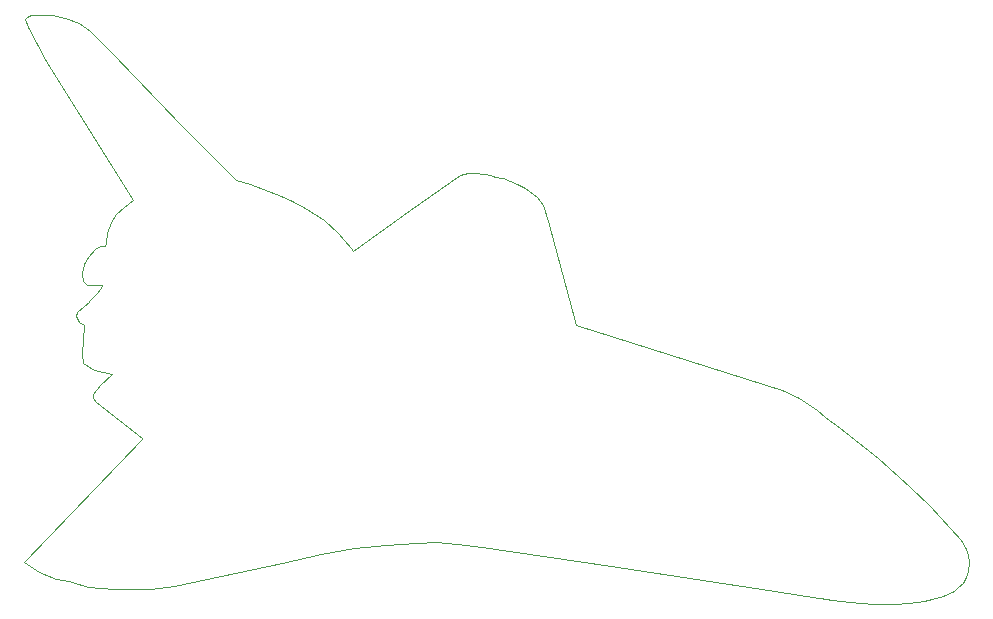
<source format=gm1>
%TF.GenerationSoftware,KiCad,Pcbnew,7.0.1-0*%
%TF.CreationDate,2023-03-26T18:35:46-04:00*%
%TF.ProjectId,space_shuttle_SAO,73706163-655f-4736-9875-74746c655f53,v04*%
%TF.SameCoordinates,Original*%
%TF.FileFunction,Profile,NP*%
%FSLAX46Y46*%
G04 Gerber Fmt 4.6, Leading zero omitted, Abs format (unit mm)*
G04 Created by KiCad (PCBNEW 7.0.1-0) date 2023-03-26 18:35:46*
%MOMM*%
%LPD*%
G01*
G04 APERTURE LIST*
%TA.AperFunction,Profile*%
%ADD10C,0.100000*%
%TD*%
G04 APERTURE END LIST*
D10*
%TO.C,svg2mod*%
X133676998Y-113172045D02*
X135461878Y-113078383D01*
X105186929Y-94455686D02*
X105579571Y-94697515D01*
X104335765Y-116434358D02*
X105934642Y-116898437D01*
X140165111Y-82085886D02*
X139629065Y-81902530D01*
X105579571Y-94697515D02*
X105374519Y-97156817D01*
X108936869Y-84697324D02*
X108320919Y-85306394D01*
X100905971Y-68533320D02*
X100747750Y-68631004D01*
X105556817Y-93152084D02*
X105018919Y-93638652D01*
X167865664Y-117855435D02*
X168928230Y-118016566D01*
X166755736Y-117685307D02*
X166868714Y-117703564D01*
X102381817Y-72328450D02*
X109717919Y-84138524D01*
X109717919Y-84138524D02*
X108936869Y-84697324D01*
X106580490Y-92065704D02*
X105974329Y-92655990D01*
X178297655Y-117634772D02*
X179206499Y-117206412D01*
X106962283Y-88018373D02*
X106483388Y-88291423D01*
X123167219Y-84216576D02*
X122233769Y-83770753D01*
X175532495Y-108437856D02*
X172776066Y-106016389D01*
X179590674Y-116899495D02*
X180007128Y-116526697D01*
X139629065Y-81902530D02*
X138632380Y-81821303D01*
X102835577Y-68487335D02*
X101077421Y-68505936D01*
X168306989Y-102538441D02*
X167630978Y-101922492D01*
X106483388Y-88291423D02*
X105898923Y-88961613D01*
X105509192Y-91036475D02*
X105865321Y-91352652D01*
X180007128Y-116526697D02*
X180248957Y-116061824D01*
X144886336Y-85888742D02*
X144458769Y-84563974D01*
X140414613Y-82212622D02*
X140165111Y-82085886D01*
X138632380Y-81821303D02*
X138111944Y-81848290D01*
X105416852Y-90325805D02*
X105509192Y-91036475D01*
X100807281Y-69504341D02*
X102381817Y-72328450D01*
X180275680Y-113645385D02*
X179803928Y-112898995D01*
X108320919Y-85306394D02*
X107894675Y-85975790D01*
X179803928Y-112898995D02*
X178922866Y-111941468D01*
X103964290Y-68697679D02*
X102835577Y-68487335D01*
X105152798Y-69192212D02*
X103964290Y-68697679D01*
X122233769Y-83770753D02*
X119646938Y-82786238D01*
X122373734Y-114897393D02*
X125635782Y-114125868D01*
X106333633Y-100586081D02*
X106341836Y-100899348D01*
X167122449Y-117742193D02*
X167865664Y-117855435D01*
X166868714Y-117703564D02*
X167122449Y-117742193D01*
X133145980Y-84995509D02*
X128323419Y-88472663D01*
X180518039Y-114811139D02*
X180453480Y-114163703D01*
X180453480Y-114163703D02*
X180275680Y-113645385D01*
X172387922Y-118306020D02*
X174129409Y-118313693D01*
X175434864Y-118239874D02*
X176697191Y-118048580D01*
X105567135Y-89556396D02*
X105416852Y-90325805D01*
X137180611Y-113257241D02*
X139277699Y-113521824D01*
X105374519Y-97156817D02*
X105518981Y-97925960D01*
X170456199Y-118187222D02*
X172387922Y-118306020D01*
X113812081Y-77761801D02*
X107930394Y-71702658D01*
X101077421Y-68505936D02*
X101072394Y-68506967D01*
X144458769Y-84563974D02*
X143931719Y-83891667D01*
X164649389Y-100260644D02*
X147248272Y-94728206D01*
X100733198Y-114958512D02*
X101748669Y-115609122D01*
X179206499Y-117206412D02*
X179590674Y-116899495D01*
X105018919Y-93638652D02*
X104941396Y-93928636D01*
X100747750Y-68631004D02*
X100589794Y-68851137D01*
X107358894Y-88057796D02*
X106962283Y-88018373D01*
X177177674Y-110048639D02*
X175532495Y-108437856D01*
X135461878Y-113078383D02*
X137180611Y-113257241D01*
X107930394Y-71702658D02*
X106114823Y-69830413D01*
X166712874Y-117678164D02*
X166755736Y-117685307D01*
X104941396Y-93928636D02*
X105186929Y-94455686D01*
X110452667Y-104314060D02*
X110485740Y-104413808D01*
X100517827Y-114818812D02*
X100733198Y-114958512D01*
X142953555Y-83152157D02*
X142196582Y-82742847D01*
X107981458Y-98841154D02*
X107912667Y-98907829D01*
X166100893Y-100862042D02*
X164649389Y-100260644D01*
X127049186Y-86929613D02*
X125856444Y-85867576D01*
X108109517Y-117106664D02*
X111248004Y-117055864D01*
X128411261Y-113630833D02*
X131161869Y-113356460D01*
X172776066Y-106016389D02*
X169582280Y-103475331D01*
X137380107Y-82008892D02*
X133145980Y-84995509D01*
X166224982Y-117604345D02*
X166602278Y-117660966D01*
X142196582Y-82742847D02*
X141024478Y-82303109D01*
X166602278Y-117660966D02*
X166712874Y-117678164D01*
X177414476Y-117891682D02*
X178297655Y-117634772D01*
X138111944Y-81848290D02*
X137380107Y-82008892D01*
X107912667Y-98907829D02*
X106963871Y-99811117D01*
X105962423Y-92778492D02*
X105556817Y-93152084D01*
X141024478Y-82303109D02*
X140414613Y-82212622D01*
X180452951Y-115521281D02*
X180518039Y-114811139D01*
X101748669Y-115609122D02*
X103216842Y-116203376D01*
X106114823Y-69830413D02*
X105152798Y-69192212D01*
X131161869Y-113356460D02*
X133676998Y-113172045D01*
X176697191Y-118048580D02*
X177414476Y-117891682D01*
X107121033Y-91334925D02*
X106981069Y-91611944D01*
X167630978Y-101922492D02*
X166100893Y-100862042D01*
X128157525Y-88230305D02*
X127049186Y-86929613D01*
X163498980Y-117195564D02*
X165107118Y-117436335D01*
X178922866Y-111941468D02*
X177177674Y-110048639D01*
X107894675Y-85975790D02*
X107547277Y-86910563D01*
X101072394Y-68506967D02*
X100905971Y-68533320D01*
X124246719Y-84780403D02*
X123167219Y-84216576D01*
X180248957Y-116061824D02*
X180452951Y-115521281D01*
X106981069Y-91611944D02*
X106580490Y-92065704D01*
X118417948Y-82466886D02*
X113812081Y-77761801D01*
X128323419Y-88472663D02*
X128157525Y-88230305D01*
X168928230Y-118016566D02*
X168929818Y-118016566D01*
X125635782Y-114125868D02*
X128411261Y-113630833D01*
X106407452Y-98503546D02*
X107981458Y-98841154D01*
X119646938Y-82786238D02*
X118417948Y-82466886D01*
X150204726Y-115158801D02*
X163498980Y-117195564D01*
X106571229Y-101218700D02*
X110452667Y-104314060D01*
X105974329Y-92655990D02*
X105962423Y-92778492D01*
X125856444Y-85867576D02*
X124246719Y-84780403D01*
X139277699Y-113521824D02*
X150204726Y-115158801D01*
X147248272Y-94728206D02*
X144886336Y-85888742D01*
X106963871Y-99811117D02*
X106333633Y-100586081D01*
X106341836Y-100899348D02*
X106571229Y-101218700D01*
X103216842Y-116203376D02*
X104335765Y-116434358D01*
X105518981Y-97925960D02*
X106407452Y-98503546D01*
X100589794Y-68851137D02*
X100807281Y-69504341D01*
X169582280Y-103475331D02*
X168306989Y-102538441D01*
X113219415Y-116806891D02*
X122373734Y-114897393D01*
X111248004Y-117055864D02*
X113219415Y-116806891D01*
X105934642Y-116898437D02*
X108109517Y-117106664D01*
X105898923Y-88961613D02*
X105567135Y-89556396D01*
X107446736Y-87819936D02*
X107358894Y-88057796D01*
X110485740Y-104413808D02*
X100517827Y-114818812D01*
X165107118Y-117436335D02*
X166224982Y-117604345D01*
X143931719Y-83891667D02*
X142953555Y-83152157D01*
X107547277Y-86910563D02*
X107446736Y-87819936D01*
X168929818Y-118016566D02*
X170456199Y-118187222D01*
X174129409Y-118313693D02*
X175434864Y-118239874D01*
X105865321Y-91352652D02*
X107121033Y-91334925D01*
%TD*%
M02*

</source>
